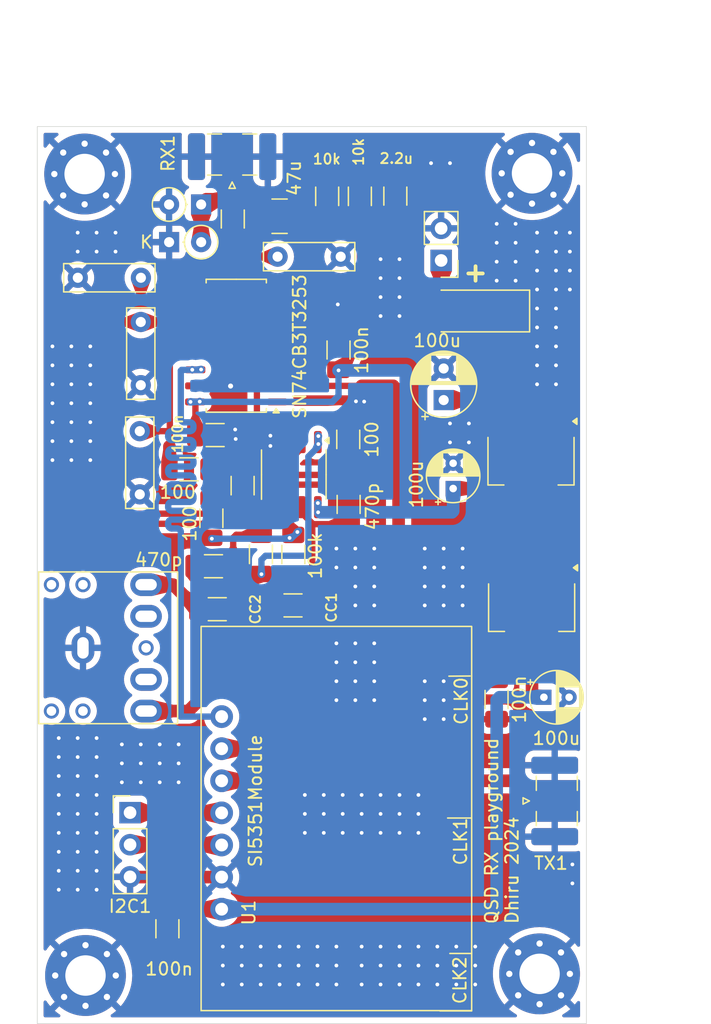
<source format=kicad_pcb>
(kicad_pcb (version 20240108) (generator "pcbnew") (generator_version "8.0")
  (layers (0 "F.Cu" signal) (31 "B.Cu" signal) (34 "B.Paste" user) (35 "F.Paste" user) (36 "B.SilkS" user "B.Silkscreen") (37 "F.SilkS" user "F.Silkscreen") (38 "B.Mask" user) (39 "F.Mask" user) (44 "Edge.Cuts" user))
  (net 0 "")
  (net 1 "Net-(D2-K)")
  (net 2 "+12V")
  (net 3 "+5V")
  (net 4 "RX_I")
  (net 5 "RX_Q")
  (net 6 "Net-(U6B--)")
  (net 7 "Net-(U6A--)")
  (net 8 "Net-(U6B-+)")
  (net 9 "Net-(U6A-+)")
  (net 10 "Net-(U2-2A)")
  (net 11 "Net-(C2-Pad1)")
  (net 12 "GND")
  (net 13 "Net-(U2-2B2)")
  (net 14 "Net-(U2-2B1)")
  (net 15 "Net-(U2-2B3)")
  (net 16 "Net-(U2-2B4)")
  (net 17 "+3.3V")
  (net 18 "Net-(D1-A)")
  (net 19 "Net-(J1-Pin_2)")
  (net 20 "Net-(J1-Pin_1)")
  (net 23 "Net-(TX1-In)")
  (net 24 "Net-(U1-SO)")
  (net 25 "Net-(U1-S1)")
  (net 31 "Net-(CC1-Pad1)")
  (net 32 "Net-(CC2-Pad2)")
  (footprint "Capacitor_SMD:C_1206_3216Metric_Pad1.33x1.80mm_HandSolder" (layer "F.Cu") (at 117.67 71.2875 -90)
    (property "Reference" "C16" (hide yes))
    (property "Value" "100n")
  )
  (footprint "Capacitor_SMD:C_1206_3216Metric_Pad1.33x1.80mm_HandSolder" (layer "F.Cu") (at 109.29 60.92 90)
    (property "Reference" "C1" (hide yes))
    (property "Value" "10nF" (hide yes))
  )
  (footprint "Capacitor_SMD:C_1206_3216Metric_Pad1.33x1.80mm_HandSolder" (layer "F.Cu") (at 107.8925 78.02)
    (property "Reference" "C3" (hide yes))
    (property "Value" "100n")
  )
  (footprint "Resistor_SMD:R_1206_3216Metric_Pad1.30x1.75mm_HandSolder" (layer "F.Cu") (at 116.77 59.125 -90)
    (property "Reference" "R3" (hide yes))
    (property "Value" "10k")
  )
  (footprint "Package_SO:SOIC-16_4.55x10.3mm_P1.27mm" (layer "F.Cu") (at 109.565 70.95 180)
    (property "Reference" "U2" (hide yes))
    (property "Value" "SN74CB3T3253")
  )
  (footprint "Capacitor_SMD:C_1206_3216Metric_Pad1.33x1.80mm_HandSolder" (layer "F.Cu") (at 122.17 59.1075 -90)
    (property "Reference" "C2" (hide yes))
    (property "Value" "2.2u")
  )
  (footprint "Capacitor_THT:C_Rect_L7.0mm_W2.0mm_P5.00mm" (layer "F.Cu") (at 97.01 65.57)
    (property "Reference" "C5" (hide yes))
    (property "Value" "22n MKP" (hide yes))
  )
  (footprint "Package_SO:SO-8_3.9x4.9mm_P1.27mm" (layer "F.Cu") (at 114.125 81.15 -90)
    (property "Reference" "U6" (hide yes))
    (property "Value" "LT6231" (hide yes))
  )
  (footprint "MountingHole:MountingHole_3.2mm_M3_Pad_Via" (layer "F.Cu") (at 133.6 120.66)
    (property "Reference" "H4" (hide yes))
    (property "Value" "MountingHole_Pad" (hide yes))
  )
  (footprint "Capacitor_SMD:C_1206_3216Metric_Pad1.33x1.80mm_HandSolder" (layer "F.Cu") (at 108.06 91.8 180)
    (property "Reference" "CC2")
    (property "Value" "100n" (hide yes))
  )
  (footprint "footprints:PJ-307_Modded" (layer "F.Cu") (at 100.42 94.86)
    (property "Reference" "J3" (hide yes))
    (property "Value" "AudioJack3_SwitchTR" (hide yes))
  )
  (footprint "Capacitor_SMD:C_1206_3216Metric_Pad1.33x1.80mm_HandSolder" (layer "F.Cu") (at 130.19 98.9425 90)
    (property "Reference" "C17" (hide yes))
    (property "Value" "100n")
  )
  (footprint "Inductor_SMD:L_1210_3225Metric_Pad1.42x2.65mm_HandSolder" (layer "F.Cu") (at 113 60.7 180)
    (property "Reference" "L1" (hide yes))
    (property "Value" "47u")
  )
  (footprint "Resistor_SMD:R_1206_3216Metric_Pad1.30x1.75mm_HandSolder" (layer "F.Cu") (at 118.44 78.36 90)
    (property "Reference" "R5" (hide yes))
    (property "Value" "100")
  )
  (footprint "footprints:SI5351 Module" (layer "F.Cu") (at 113.3852 123.5664 90)
    (property "Reference" "U1")
    (property "Value" "SI5351Module")
  )
  (footprint "Package_TO_SOT_SMD:SOT-223-3_TabPin2" (layer "F.Cu") (at 132.97 91.65 -90)
    (property "Reference" "U5" (hide yes))
    (property "Value" "AMS1117-3.3" (hide yes))
  )
  (footprint "Capacitor_THT:C_Rect_L7.0mm_W2.0mm_P5.00mm" (layer "F.Cu") (at 101.92 82.71 90)
    (property "Reference" "C7" (hide yes))
    (property "Value" "22n MKP" (hide yes))
  )
  (footprint "Connector_Coaxial:SMA_Samtec_SMA-J-P-H-ST-EM1_EdgeMount" (layer "F.Cu") (at 109.24 55.7325 90)
    (property "Reference" "RX1")
    (property "Value" "SMA" (hide yes))
  )
  (footprint "Diode_THT:D_DO-35_SOD27_P2.54mm_Vertical_KathodeUp" (layer "F.Cu") (at 104.244315 62.75)
    (property "Reference" "D3" (hide yes))
    (property "Value" "1N4148" (hide yes))
  )
  (footprint "Resistor_SMD:R_1206_3216Metric_Pad1.30x1.75mm_HandSolder" (layer "F.Cu") (at 110.07 82.02 -90)
    (property "Reference" "R6" (hide yes))
    (property "Value" "100" (hide yes))
  )
  (footprint "Package_TO_SOT_SMD:SOT-223-3_TabPin2" (layer "F.Cu") (at 132.92 80.06 -90)
    (property "Reference" "U3" (hide yes))
    (property "Value" "AMS1117-5.0" (hide yes))
  )
  (footprint "Capacitor_SMD:C_1206_3216Metric_Pad1.33x1.80mm_HandSolder" (layer "F.Cu") (at 118.47 83.5075 -90)
    (property "Reference" "C11" (hide yes))
    (property "Value" "470p")
  )
  (footprint "Capacitor_THT:CP_Radial_D5.0mm_P2.50mm" (layer "F.Cu") (at 126 75.25 90)
    (property "Reference" "C8" (hide yes))
    (property "Value" "100u")
  )
  (footprint "Capacitor_SMD:C_1206_3216Metric_Pad1.33x1.80mm_HandSolder" (layer "F.Cu") (at 107.76 88.4 180)
    (property "Reference" "C12" (hide yes))
    (property "Value" "470p")
  )
  (footprint "MountingHole:MountingHole_3.2mm_M3_Pad_Via" (layer "F.Cu") (at 97.55 57.36)
    (property "Reference" "H2" (hide yes))
    (property "Value" "MountingHole_Pad" (hide yes))
  )
  (footprint "Capacitor_THT:CP_Radial_D4.0mm_P2.00mm" (layer "F.Cu") (at 133.94 98.77)
    (property "Reference" "C15" (hide yes))
    (property "Value" "100u")
  )
  (footprint "Connector_PinHeader_2.54mm:PinHeader_1x03_P2.54mm_Vertical" (layer "F.Cu") (at 101.15 107.9)
    (property "Reference" "J1" (hide yes))
    (property "Value" "I2C1")
  )
  (footprint "Capacitor_THT:C_Rect_L7.0mm_W2.0mm_P5.00mm" (layer "F.Cu") (at 117.84 63.9 180)
    (property "Reference" "C6" (hide yes))
    (property "Value" "22n MKP" (hide yes))
  )
  (footprint "Connector_Coaxial:SMA_Samtec_SMA-J-P-H-ST-EM1_EdgeMount" (layer "F.Cu") (at 135.05 106.975)
    (property "Reference" "TX1")
    (property "Value" "SMA" (hide yes))
  )
  (footprint "MountingHole:MountingHole_3.2mm_M3_Pad_Via" (layer "F.Cu") (at 133 57.302944)
    (property "Reference" "H1" (hide yes))
    (property "Value" "MountingHole_Pad" (hide yes))
  )
  (footprint "Resistor_SMD:R_1206_3216Metric_Pad1.30x1.75mm_HandSolder" (layer "F.Cu") (at 107.595 84.6 90)
    (property "Reference" "R4" (hide yes))
    (property "Value" "100")
  )
  (footprint "Capacitor_SMD:C_1206_3216Metric_Pad1.33x1.80mm_HandSolder" (layer "F.Cu") (at 114.0625 91.5 180)
    (property "Reference" "CC1")
    (property "Value" "100n" (hide yes))
  )
  (footprint "Diode_THT:D_DO-35_SOD27_P2.54mm_Vertical_KathodeUp" (layer "F.Cu") (at 106.78137 59.77 180)
    (property "Reference" "D2" (hide yes))
    (property "Value" "1N4148" (hide yes))
  )
  (footprint "Capacitor_THT:CP_Radial_D4.0mm_P2.00mm" (layer "F.Cu") (at 126.75 82.25 90)
    (property "Reference" "C13" (hide yes))
    (property "Value" "100u")
  )
  (footprint "Resistor_SMD:R_1206_3216Metric_Pad1.30x1.75mm_HandSolder" (layer "F.Cu") (at 105.82 80.73 180)
    (property "Reference" "R7" (hide yes))
    (property "Value" "100")
  )
  (footprint "Resistor_SMD:R_1206_3216Metric_Pad1.30x1.75mm_HandSolder" (layer "F.Cu") (at 119.36 59.125 90)
    (property "Reference" "R2" (hide yes))
    (property "Value" "10k")
  )
  (footprint "Connector_PinHeader_2.54mm:PinHeader_1x02_P2.54mm_Vertical" (layer "F.Cu") (at 125.8 64.2 180)
    (property "Reference" "J2" (hide yes))
    (property "Value" "DC 12v" (hide yes))
  )
  (footprint "Capacitor_SMD:C_1206_3216Metric_Pad1.33x1.80mm_HandSolder" (layer "F.Cu") (at 104.11 117.09 -90)
    (property "Reference" "C14" (hide yes))
    (property "Value" "100n")
  )
  (footprint "MountingHole:MountingHole_3.2mm_M3_Pad_Via" (layer "F.Cu") (at 97.62 120.79)
    (property "Reference" "H3" (hide yes))
    (property "Value" "MountingHole_Pad" (hide yes))
  )
  (footprint "Diode_SMD:D_SMA_Handsoldering" (layer "F.Cu") (at 128.3 68.2 180)
    (property "Reference" "D1" (hide yes))
    (property "Value" "SS34" (hide yes))
  )
  (footprint "Capacitor_THT:C_Rect_L7.0mm_W2.0mm_P5.00mm" (layer "F.Cu") (at 102 74.07 90)
    (property "Reference" "C4" (hide yes))
    (property "Value" "22n MKP" (hide yes))
  )
  (footprint "Resistor_SMD:R_1206_3216Metric_Pad1.30x1.75mm_HandSolder" (layer "F.Cu") (at 111.52 87.46 -90)
    (property "Reference" "R9" (hide yes))
    (property "Value" "100k" (hide yes))
  )
  (footprint "Resistor_SMD:R_1206_3216Metric_Pad1.30x1.75mm_HandSolder" (layer "F.Cu") (at 114.09 87.47 -90)
    (property "Reference" "R8" (hide yes))
    (property "Value" "100k")
  )
  (gr_rect (start 93.8 53.6) (end 137.31 124.6) (stroke (width 0.05)) (fill none) (layer "Edge.Cuts"))
  (gr_text "+" (at 127.4 66 0) (layer "F.SilkS") (effects (font (size 1.5 1.5) (thickness 0.3) (bold yes)) (justify left bottom)))
  (gr_text "QSD RX playground\nDhiru 2024" (at 132 116.8 90) (layer "F.SilkS") (effects (font (size 1 1)) (justify left bottom)))
  (segment (start 106.78137 59.77) (end 106.78137 62.747055) (width 1) (layer "F.Cu") (net 1))
  (segment (start 107.19387 59.3575) (end 106.78137 59.77) (width 1) (layer "F.Cu") (net 1))
  (segment (start 109.29 59.3575) (end 107.19387 59.3575) (width 1) (layer "F.Cu") (net 1))
  (segment (start 109.29 59.3575) (end 109.29 55.7825) (width 1) (layer "F.Cu") (net 1))
  (segment (start 130.62 76.91) (end 130.62 75.25) (width 1) (layer "F.Cu") (net 2))
  (segment (start 126 75.25) (end 130.62 75.25) (width 1) (layer "F.Cu") (net 2))
  (segment (start 130.8 68.2) (end 130.8 76.73) (width 1) (layer "F.Cu") (net 2))
  (segment (start 130.79 83.21) (end 132.92 83.21) (width 1) (layer "F.Cu") (net 3))
  (segment (start 132.92 83.21) (end 132.92 76.91) (width 1) (layer "F.Cu") (net 3))
  (segment (start 119.36 71.16) (end 117.67 72.85) (width 0.5) (layer "F.Cu") (net 3))
  (segment (start 130.67 88.5) (end 130.67 83.33) (width 1) (layer "F.Cu") (net 3))
  (segment (start 126.75 82.25) (end 131.96 82.25) (width 1) (layer "F.Cu") (net 3))
  (segment (start 119.36 60.675) (end 119.36 71.16) (width 0.5) (layer "F.Cu") (net 3))
  (segment (start 131.96 82.25) (end 132.92 83.21) (width 1) (layer "F.Cu") (net 3))
  (segment (start 130.67 83.33) (end 130.79 83.21) (width 1) (layer "F.Cu") (net 3))
  (segment (start 106.33 78.02) (end 106.33 75.41) (width 0.5) (layer "F.Cu") (net 3))
  (via (at 116.05 84.13) (size 0.6) (drill 0.3) (layers "F.Cu" "B.Cu") (net 3))
  (via (at 106.67 75.37) (size 0.6) (drill 0.3) (layers "F.Cu" "B.Cu") (net 3))
  (via (at 117.67 72.9) (size 0.6) (drill 0.3) (layers "F.Cu" "B.Cu") (net 3))
  (via (at 116.03 83.4) (size 0.6) (drill 0.3) (layers "F.Cu" "B.Cu") (net 3))
  (via (at 105.94 75.39) (size 0.6) (drill 0.3) (layers "F.Cu" "B.Cu") (net 3))
  (segment (start 117.67 72.9) (end 117.67 74.9) (width 0.5) (layer "B.Cu") (net 3))
  (segment (start 123 84.13) (end 116.23 84.13) (width 1) (layer "B.Cu") (net 3))
  (segment (start 126.65 84.13) (end 123 84.13) (width 1) (layer "B.Cu") (net 3))
  (segment (start 116.05 84.13) (end 125.24 84.13) (width 0.5) (layer "B.Cu") (net 3))
  (segment (start 126.75 84.03) (end 126.75 82.25) (width 1) (layer "B.Cu") (net 3))
  (segment (start 117.67 72.9) (end 123 72.9) (width 1) (layer "B.Cu") (net 3))
  (segment (start 126.65 84.13) (end 126.75 84.03) (width 1) (layer "B.Cu") (net 3))
  (segment (start 125.24 84.13) (end 126.65 84.13) (width 1) (layer "B.Cu") (net 3))
  (segment (start 116.03 83.4) (end 116.03 84.11) (width 0.5) (layer "B.Cu") (net 3))
  (segment (start 105.94 75.39) (end 117.18 75.39) (width 0.5) (layer "B.Cu") (net 3))
  (segment (start 117.18 75.39) (end 117.67 74.9) (width 0.5) (layer "B.Cu") (net 3))
  (segment (start 116.03 84.11) (end 116.05 84.13) (width 0.5) (layer "B.Cu") (net 3))
  (segment (start 123 72.9) (end 123 84.13) (width 1) (layer "B.Cu") (net 3))
  (segment (start 125.26 84.11) (end 125.24 84.13) (width 0.5) (layer "B.Cu") (net 3))
  (segment (start 114.09 89.91) (end 112.5 91.5) (width 0.5) (layer "F.Cu") (net 4))
  (segment (start 115.19 89.05) (end 114.09 89.05) (width 0.5) (layer "F.Cu") (net 4))
  (segment (start 114.09 89.02) (end 114.09 89.91) (width 0.5) (layer "F.Cu") (net 4))
  (segment (start 115.588658 85.011342) (end 115.647316 85.07) (width 0.5) (layer "F.Cu") (net 4))
  (segment (start 114.76 84.182684) (end 115.588658 85.011342) (width 0.5) (layer "F.Cu") (net 4))
  (segment (start 115.588658 85.011342) (end 115.588658 88.651342) (width 0.5) (layer "F.Cu") (net 4))
  (segment (start 115.588658 88.651342) (end 115.19 89.05) (width 0.5) (layer "F.Cu") (net 4))
  (segment (start 115.647316 85.07) (end 118.47 85.07) (width 0.5) (layer "F.Cu") (net 4))
  (segment (start 106.1975 89.6175) (end 106.47 89.89) (width 0.5) (layer "F.Cu") (net 5))
  (segment (start 109.61 89.89) (end 110.64 89.89) (width 0.5) (layer "F.Cu") (net 5))
  (segment (start 110.64 89.89) (end 111.5 89.03) (width 0.5) (layer "F.Cu") (net 5))
  (segment (start 109.6225 91.8) (end 109.6225 89.9025) (width 0.5) (layer "F.Cu") (net 5))
  (segment (start 109.6225 89.9025) (end 109.61 89.89) (width 0.5) (layer "F.Cu") (net 5))
  (segment (start 106.1975 88.4) (end 106.1975 89.6175) (width 0.5) (layer "F.Cu") (net 5))
  (segment (start 106.47 89.89) (end 109.61 89.89) (width 0.5) (layer "F.Cu") (net 5))
  (via (at 116.07 78.73) (size 0.6) (drill 0.3) (layers "F.Cu" "B.Cu") (net 5))
  (via (at 116.07 78.1) (size 0.6) (drill 0.3) (layers "F.Cu" "B.Cu") (net 5))
  (via (at 111.56 89.03) (size 0.6) (drill 0.3) (layers "F.Cu" "B.Cu") (net 5))
  (segment (start 111.56 87.89) (end 111.56 89.03) (width 0.5) (layer "B.Cu") (net 5))
  (segment (start 116.07 78.1) (end 116.04 78.07) (width 0.5) (layer "B.Cu") (net 5))
  (segment (start 116.04 78.76) (end 116.04 78.96) (width 0.5) (layer "B.Cu") (net 5))
  (segment (start 116.04 78.07) (end 116.04 78.01) (width 0.5) (layer "B.Cu") (net 5))
  (segment (start 116.04 78.7) (end 116.04 78.13) (width 0.5) (layer "B.Cu") (net 5))
  (segment (start 116.07 78.73) (end 116.04 78.7) (width 0.5) (layer "B.Cu") (net 5))
  (segment (start 111.88 87.57) (end 111.56 87.89) (width 0.5) (layer "B.Cu") (net 5))
  (segment (start 116.04 78.96) (end 115.28 79.72) (width 0.5) (layer "B.Cu") (net 5))
  (segment (start 115.28 79.72) (end 115.28 87.57) (width 0.5) (layer "B.Cu") (net 5))
  (segment (start 115.28 87.57) (end 111.88 87.57) (width 0.5) (layer "B.Cu") (net 5))
  (segment (start 116.07 78.73) (end 116.04 78.76) (width 0.5) (layer "B.Cu") (net 5))
  (segment (start 116.04 78.13) (end 116.07 78.1) (width 0.5) (layer "B.Cu") (net 5))
  (segment (start 113.49 82.18) (end 113.725 81.945) (width 0.5) (layer "F.Cu") (net 6))
  (segment (start 113.49 85.35) (end 114.09 85.95) (width 0.5) (layer "F.Cu") (net 6))
  (segment (start 113.49 83.725) (end 113.49 82.18) (width 0.5) (layer "F.Cu") (net 6))
  (segment (start 113.49 83.725) (end 113.49 85.35) (width 0.5) (layer "F.Cu") (net 6))
  (segment (start 113.725 81.945) (end 118.47 81.945) (width 0.5) (layer "F.Cu") (net 6))
  (via (at 113.79 86.16) (size 0.6) (drill 0.3) (layers "F.Cu" "B.Cu") (net 6))
  (via (at 114.41 85.69) (size 0.6) (drill 0.3) (layers "F.Cu" "B.Cu") (net 6))
  (via (at 107.63 86.22) (size 0.6) (drill 0.3) (layers "F.Cu" "B.Cu") (net 6))
  (segment (start 114.44 85.69) (end 114.54 85.59) (width 0.5) (layer "B.Cu") (net 6))
  (segment (start 114.41 85.72) (end 114.41 85.69) (width 0.5) (layer "B.Cu") (net 6))
  (segment (start 114.21 85.92) (end 114.41 85.72) (width 0.5) (layer "B.Cu") (net 6))
  (segment (start 114.41 85.69) (end 114.44 85.69) (width 0.5) (layer "B.Cu") (net 6))
  (segment (start 107.63 86.22) (end 113.91 86.22) (width 0.5) (layer "B.Cu") (net 6))
  (segment (start 113.91 86.22) (end 114.17 85.96) (width 0.5) (layer "B.Cu") (net 6))
  (segment (start 111.47 80.72) (end 111.72 80.47) (width 0.5) (layer "F.Cu") (net 7))
  (segment (start 109.56 85.91) (end 109.3225 86.1475) (width 0.5) (layer "F.Cu") (net 7))
  (segment (start 111.72 80.47) (end 113.322684 80.47) (width 0.5) (layer "F.Cu") (net 7))
  (segment (start 109.3225 88.4) (end 109.3225 86.1475) (width 0.5) (layer "F.Cu") (net 7))
  (segment (start 110.07 80.47) (end 111.72 80.47) (width 0.5) (layer "F.Cu") (net 7))
  (segment (start 113.322684 80.47) (end 114.76 79.032684) (width 0.5) (layer "F.Cu") (net 7))
  (segment (start 111.52 85.91) (end 109.56 85.91) (width 0.5) (layer "F.Cu") (net 7))
  (segment (start 111.47 85.86) (end 111.47 80.72) (width 0.5) (layer "F.Cu") (net 7))
  (segment (start 112.22 81.72) (end 112.77 81.17) (width 0.5) (layer "F.Cu") (net 8))
  (segment (start 117.18 81.17) (end 118.44 79.91) (width 0.5) (layer "F.Cu") (net 8))
  (segment (start 112.77 81.17) (end 117.18 81.17) (width 0.5) (layer "F.Cu") (net 8))
  (segment (start 112.22 83.725) (end 112.22 81.72) (width 0.5) (layer "F.Cu") (net 8))
  (segment (start 111.47 77.597316) (end 111.817316 77.25) (width 0.5) (layer "F.Cu") (net 9))
  (segment (start 113.27 77.25) (end 113.49 77.47) (width 0.5) (layer "F.Cu") (net 9))
  (segment (start 107.37 80.73) (end 107.37 79.81) (width 0.5) (layer "F.Cu") (net 9))
  (segment (start 107.37 79.81) (end 107.81 79.37) (width 0.5) (layer "F.Cu") (net 9))
  (segment (start 111.817316 77.25) (end 113.27 77.25) (width 0.5) (layer "F.Cu") (net 9))
  (segment (start 111.47 79.25) (end 111.47 77.597316) (width 0.5) (layer "F.Cu") (net 9))
  (segment (start 111.35 79.37) (end 111.47 79.25) (width 0.5) (layer "F.Cu") (net 9))
  (segment (start 113.49 77.47) (end 113.49 78.575) (width 0.5) (layer "F.Cu") (net 9))
  (segment (start 107.81 79.37) (end 111.35 79.37) (width 0.5) (layer "F.Cu") (net 9))
  (segment (start 109.29 60.98) (end 109.57 60.7) (width 0.5) (layer "F.Cu") (net 10))
  (segment (start 109.29 62.4825) (end 109.29 60.98) (width 0.5) (layer "F.Cu") (net 10))
  (segment (start 106.315 66.505) (end 108.245 66.505) (width 0.5) (layer "F.Cu") (net 10))
  (segment (start 108.56 66.19) (end 108.56 63.2125) (width 0.5) (layer "F.Cu") (net 10))
  (segment (start 108.56 63.2125) (end 109.29 62.4825) (width 0.5) (layer "F.Cu") (net 10))
  (segment (start 109.57 60.7) (end 111.5125 60.7) (width 0.5) (layer "F.Cu") (net 10))
  (segment (start 108.245 66.505) (end 108.56 66.19) (width 0.5) (layer "F.Cu") (net 10))
  (segment (start 114.935 57.545) (end 122.17 57.545) (width 1) (layer "F.Cu") (net 11))
  (segment (start 114.4875 57.9925) (end 114.935 57.545) (width 1) (layer "F.Cu") (net 11))
  (segment (start 116.77 57.575) (end 122.14 57.575) (width 0.5) (layer "F.Cu") (net 11))
  (segment (start 114.4875 60.7) (end 114.4875 57.9925) (width 1) (layer "F.Cu") (net 11))
  (segment (start 106.315 74.125) (end 109.1 74.125) (width 0.5) (layer "F.Cu") (net 12))
  (segment (start 108.4068 113) (end 101.17 113) (width 1) (layer "F.Cu") (net 12))
  (segment (start 109.1 74.125) (end 109.115 74.14) (width 0.5) (layer "F.Cu") (net 12))
  (segment (start 109.455 74.48) (end 109.115 74.14) (width 0.5) (layer "F.Cu") (net 12))
  (segment (start 109.18 74.205) (end 109.115 74.14) (width 0.25) (layer "F.Cu") (net 12))
  (segment (start 112.815 75.395) (end 119.765 75.395) (width 0.5) (layer "F.Cu") (net 12))
  (segment (start 109.455 77.555) (end 109.455 74.48) (width 0.5) (layer "F.Cu") (net 12))
  (via (at 110 121.5) (size 0.6) (drill 0.3) (layers "F.Cu" "B.Cu") (net 12))
  (via (at 121 64.1) (size 0.6) (drill 0.3) (layers "F.Cu" "B.Cu") (net 12))
  (via (at 117.5 99) (size 0.6) (drill 0.3) (layers "F.Cu" "B.Cu") (net 12))
  (via (at 97 109.5) (size 0.6) (drill 0.3) (layers "F.Cu" "B.Cu") (net 12))
  (via (at 126 90) (size 0.6) (drill 0.3) (layers "F.Cu" "B.Cu") (net 12))
  (via (at 96.5 77) (size 0.6) (drill 0.3) (layers "F.Cu" "B.Cu") (net 12))
  (via (at 121 109.5) (size 0.6) (drill 0.3) (layers "F.Cu" "B.Cu") (net 12))
  (via (at 102 102.5) (size 0.6) (drill 0.3) (layers "F.Cu" "B.Cu") (net 12))
  (via (at 128 78.6) (size 0.6) (drill 0.3) (layers "F.Cu" "B.Cu") (net 12))
  (via (at 127.5 87) (size 0.6) (drill 0.3) (layers "F.Cu" "B.Cu") (net 12))
  (via (at 119 87) (size 0.6) (drill 0.3) (layers "F.Cu" "B.Cu") (net 12))
  (via (at 95.5 102) (size 0.6) (drill 0.3) (layers "F.Cu" "B.Cu") (net 12))
  (via (at 95.5 112.5) (size 0.6) (drill 0.3) (layers "F.Cu" "B.Cu") (net 12))
  (via (at 133.4 71) (size 0.6) (drill 0.3) (layers "F.Cu" "B.Cu") (net 12))
  (via (at 110 118.5) (size 0.6) (drill 0.3) (layers "F.Cu" "B.Cu") (net 12))
  (via (at 110 120) (size 0.6) (drill 0.3) (layers "F.Cu" "B.Cu") (net 12))
  (via (at 120.5 90) (size 0.6) (drill 0.3) (layers "F.Cu" "B.Cu") (net 12))
  (via (at 126.5 77.1) (size 0.6) (drill 0.3) (layers "F.Cu" "B.Cu") (net 12))
  (via (at 124.5 91.5) (size 0.6) (drill 0.3) (layers "F.Cu" "B.Cu") (net 12))
  (via (at 98.5 106.5) (size 0.6) (drill 0.3) (layers "F.Cu" "B.Cu") (net 12))
  (via (at 116 118.5) (size 0.6) (drill 0.3) (layers "F.Cu" "B.Cu") (net 12))
  (via (at 130.2 64.3) (size 0.6) (drill 0.3) (layers "F.Cu" "B.Cu") (net 12))
  (via (at 96.5 78.5) (size 0.6) (drill 0.3) (layers "F.Cu" "B.Cu") (net 12))
  (via (at 119 97.5) (size 0.6) (drill 0.3) (layers "F.Cu" "B.Cu") (net 12))
  (via (at 130.2 61.3) (size 0.6) (drill 0.3) (layers "F.Cu" "B.Cu") (net 12))
  (via (at 113 120) (size 0.6) (drill 0.3) (layers "F.Cu" "B.Cu") (net 12))
  (via (at 100.5 105.5) (size 0.6) (drill 0.3) (layers "F.Cu" "B.Cu") (net 12))
  (via (at 105 105.5) (size 0.6) (drill 0.3) (layers "F.Cu" "B.Cu") (net 12))
  (via (at 95 78.5) (size 0.6) (drill 0.3) (layers "F.Cu" "B.Cu") (net 12))
  (via (at 133.4 65) (size 0.6) (drill 0.3) (layers "F.Cu" "B.Cu") (net 12))
  (via (at 98.5 102) (size 0.6) (drill 0.3) (layers "F.Cu" "B.Cu") (net 12))
  (via (at 126.5 78.6) (size 0.6) (drill 0.3) (layers "F.Cu" "B.Cu") (net 12))
  (via (at 113 118.5) (size 0.6) (drill 0.3) (layers "F.Cu" "B.Cu") (net 12))
  (via (at 126.5 56.5) (size 0.6) (drill 0.3) (layers "F.Cu" "B.Cu") (net 12))
  (via (at 97 108) (size 0.6) (drill 0.3) (layers "F.Cu" "B.Cu") (net 12))
  (via (at 120.5 88.5) (size 0.6) (drill 0.3) (layers "F.Cu" "B.Cu") (net 12))
  (via (at 116 121.5) (size 0.6) (drill 0.3) (layers "F.Cu" "B.Cu") (net 12))
  (via (at 96.5 80) (size 0.6) (drill 0.3) (layers "F.Cu" "B.Cu") (net 12))
  (via (at 118 106.5) (size 0.6) (drill 0.3) (layers "F.Cu" "B.Cu") (net 12))
  (via (at 96.5 74) (size 0.6) (drill 0.3) (layers "F.Cu" "B.Cu") (net 12))
  (via (at 109.115 74.14) (size 0.8) (drill 0.4) (layers "F.Cu" "B.Cu") (net 12))
  (via (at 136.2 112) (size 0.6) (drill 0.3) (layers "F.Cu" "B.Cu") (net 12))
  (via (at 124 121.5) (size 0.6) (drill 0.3) (layers "F.Cu" "B.Cu") (net 12))
  (via (at 124 108) (size 0.6) (drill 0.3) (layers "F.Cu" "B.Cu") (net 12))
  (via (at 119 99) (size 0.6) (drill 0.3) (layers "F.Cu" "B.Cu") (net 12))
  (via (at 117.5 88.5) (size 0.6) (drill 0.3) (layers "F.Cu" "B.Cu") (net 12))
  (via (at 127 121.5) (size 0.6) (drill 0.3) (layers "F.Cu" "B.Cu") (net 12))
  (via (at 105 102.5) (size 0.6) (drill 0.3) (layers "F.Cu" "B.Cu") (net 12))
  (via (at 97 102) (size 0.6) (drill 0.3) (layers "F.Cu" "B.Cu") (net 12))
  (via (at 98 80) (size 0.6) (drill 0.3) (layers "F.Cu" "B.Cu") (net 12))
  (via (at 97 103.5) (size 0.6) (drill 0.3) (layers "F.Cu" "B.Cu") (net 12))
  (via (at 124.5 88.5) (size 0.6) (drill 0.3) (layers "F.Cu" "B.Cu") (net 12))
  (via (at 118 109.5) (size 0.6) (drill 0.3) (layers "F.Cu" "B.Cu") (net 12))
  (via (at 121 67.1) (size 0.6) (drill 0.3) (layers "F.Cu" "B.Cu") (net 12))
  (via (at 95.5 103.5) (size 0.6) (drill 0.3) (layers "F.Cu" "B.Cu") (net 12))
  (via (at 102 104) (size 0.6) (drill 0.3) (layers "F.Cu" "B.Cu") (net 12))
  (via (at 119 94.5) (size 0.6) (drill 0.3) (layers "F.Cu" "B.Cu") (net 12))
  (via (at 134.9 68) (size 0.6) (drill 0.3) (layers "F.Cu" "B.Cu") (net 12))
  (via (at 133.4 68) (size 0.6) (drill 0.3) (layers "F.Cu" "B.Cu") (net 12))
  (via (at 121 120) (size 0.6) (drill 0.3) (layers "F.Cu" "B.Cu") (net 12))
  (via (at 100 62) (size 0.6) (drill 0.3) (layers "F.Cu" "B.Cu") (net 12))
  (via (at 119.5 120) (size 0.6) (drill 0.3) (layers "F.Cu" "B.Cu") (net 12))
  (via (at 119.5 118.5) (size 0.6) (drill 0.3) (layers "F.Cu" "B.Cu") (net 12))
  (via (at 122.5 108) (size 0.6) (drill 0.3) (layers "F.Cu" "B.Cu") (net 12))
  (via (at 102 105.5) (size 0.6) (drill 0.3) (layers "F.Cu" "B.Cu") (net 12))
  (via (at 95 72.5) (size 0.6) (drill 0.3) (layers "F.Cu" "B.Cu") (net 12))
  (via (at 97 105) (size 0.6) (drill 0.3) (layers "F.Cu" "B.Cu") (net 12))
  (via (at 126 91.5) (size 0.6) (drill 0.3) (layers "F.Cu" "B.Cu") (net 12))
  (via (at 119.05 75.35) (size 0.6) (drill 0.3) (layers "F.Cu" "B.Cu") (net 12))
  (via (at 119 91.5) (size 0.6) (drill 0.3) (layers "F.Cu" "B.Cu") (net 12))
  (via (at 122.5 67.1) (size 0.6) (drill 0.3) (layers "F.Cu" "B.Cu") (net 12))
  (via (at 126 87) (size 0.6) (drill 0.3) (layers "F.Cu" "B.Cu") (net 12))
  (via (at 127.5 91.5) (size 0.6) (drill 0.3) (layers "F.Cu" "B.Cu") (net 12))
  (via (at 133.4 69.5) (size 0.6) (drill 0.3) (layers "F.Cu" "B.Cu") (net 12))
  (via (at 136 62) (size 0.6) (drill 0.3) (layers "F.Cu" "B.Cu") (net 12))
  (via (at 113 121.5) (size 0.6) (drill 0.3) (layers "F.Cu" "B.Cu") (net 12))
  (via (at 122.5 106.5) (size 0.6) (drill 0.3) (layers "F.Cu" "B.Cu") (net 12))
  (via (at 116.5 108) (size 0.6) (drill 0.3) (layers "F.Cu" "B.Cu") (net 12))
  (via (at 119.5 121.5) (size 0.6) (drill 0.3) (layers "F.Cu" "B.Cu") (net 12))
  (via (at 124 120) (size 0.6) (drill 0.3) (layers "F.Cu" "B.Cu") (net 12))
  (via (at 133.4 66.5) (size 0.6) (drill 0.3) (layers "F.Cu" "B.Cu") (net 12))
  (via (at 116 120) (size 0.6) (drill 0.3) (layers "F.Cu" "B.Cu") (net 12))
  (via (at 134.9 74) (size 0.6) (drill 0.3) (layers "F.Cu" "B.Cu") (net 12))
  (via (at 131.7 65.8) (size 0.6) (drill 0.3) (layers "F.Cu" "B.Cu") (net 12))
  (via (at 95.5 111) (size 0.6) (drill 0.3) (layers "F.Cu" "B.Cu") (net 12))
  (via (at 133.4 72.5) (size 0.6) (drill 0.3) (layers "F.Cu" "B.Cu") (net 12))
  (via (at 112.27 78.07) (size 0.6) (drill 0.3) (layers "F.Cu" "B.Cu") (net 12))
  (via (at 120.5 96) (size 0.6) (drill 0.3) (layers "F.Cu" "B.Cu") (net 12))
  (via (at 134.9 69.5) (size 0.6) (drill 0.3) (layers "F.Cu" "B.Cu") (net 12))
  (via (at 130.2 65.8) (size 0.6) (drill 0.3) (layers "F.Cu" "B.Cu") (net 12))
  (via (at 117.5 94.5) (size 0.6) (drill 0.3) (layers "F.Cu" "B.Cu") (net 12))
  (via (at 98 78.5) (size 0.6) (drill 0.3) (layers "F.Cu" "B.Cu") (net 12))
  (via (at 119 90) (size 0.6) (drill 0.3) (layers "F.Cu" "B.Cu") (net 12))
  (via (at 98.5 103.5) (size 0.6) (drill 0.3) (layers "F.Cu" "B.Cu") (net 12))
  (via (at 124 118.5) (size 0.6) (drill 0.3) (layers "F.Cu" "B.Cu") (net 12))
  (via (at 125.5 120) (size 0.6) (drill 0.3) (layers "F.Cu" "B.Cu") (net 12))
  (via (at 124.5 100.5) (size 0.6) (drill 0.3) (layers "F.Cu" "B.Cu") (net 12))
  (via (at 95.5 106.5) (size 0.6) (drill 0.3) (layers "F.Cu" "B.Cu") (net 12))
  (via (at 134.9 62) (size 0.6) (drill 0.3) (layers "F.Cu" "B.Cu") (net 12))
  (via (at 98 71) (size 0.6) (drill 0.3) (layers "F.Cu" "B.Cu") (net 12))
  (via (at 125.5 118.5) (size 0.6) (drill 0.3) (layers "F.Cu" "B.Cu") (net 12))
  (via (at 96.5 71) (size 0.6) (drill 0.3) (layers "F.Cu" "B.Cu") (net 12))
  (via (at 119.5 106.5) (size 0.6) (drill 0.3) (layers "F.Cu" "B.Cu") (net 12))
  (via (at 122.5 109.5) (size 0.6) (drill 0.3) (layers "F.Cu" "B.Cu") (net 12))
  (via (at 98.5 111) (size 0.6) (drill 0.3) (layers "F.Cu" "B.Cu") (net 12))
  (via (at 133.4 62) (size 0.6) (drill 0.3) (layers "F.Cu" "B.Cu") (net 12))
  (via (at 119.5 108) (size 0.6) (drill 0.3) (layers "F.Cu" "B.Cu") (net 12))
  (via (at 103.5 105.5) (size 0.6) (drill 0.3) (layers "F.Cu" "B.Cu") (net 12))
  (via (at 121 121.5) (size 0.6) (drill 0.3) (layers "F.Cu" "B.Cu") (net 12))
  (via (at 127 118.5) (size 0.6) (drill 0.3) (layers "F.Cu" "B.Cu") (net 12))
  (via (at 122.5 64.1) (size 0.6) (drill 0.3) (layers "F.Cu" "B.Cu") (net 12))
  (via (at 126 97.5) (size 0.6) (drill 0.3) (layers "F.Cu" "B.Cu") (net 12))
  (via (at 117.5 121.5) (size 0.6) (drill 0.3) (layers "F.Cu" "B.Cu") (net 12))
  (via (at 112.27 78.88) (size 0.6) (drill 0.3) (layers "F.Cu" "B.Cu") (net 12))
  (via (at 127 120) (size 0.6) (drill 0.3) (layers "F.Cu" "B.Cu") (net 12))
  (via (at 95.5 114) (size 0.6) (drill 0.3) (layers "F.Cu" "B.Cu") (net 12))
  (via (at 117.5 97.5) (size 0.6) (drill 0.3) (layers "F.Cu" "B.Cu") (net 12))
  (via (at 111.5 120) (size 0.6) (drill 0.3) (layers "F.Cu" "B.Cu") (net 12))
  (via (at 97 114) (size 0.6) (drill 0.3) (layers "F.Cu" "B.Cu") (net 12))
  (via (at 120.5 94.5) (size 0.6) (drill 0.3) (layers "F.Cu" "B.Cu") (net 12))
  (via (at 95 77) (size 0.6) (drill 0.3) (layers "F.Cu" "B.Cu") (net 12))
  (via (at 134.9 71) (size 0.6) (drill 0.3) (layers "F.Cu" "B.Cu") (net 12))
  (via (at 96.5 72.5) (size 0.6) (drill 0.3) (layers "F.Cu" "B.Cu") (net 12))
  (via (at 95.5 108) (size 0.6) (drill 0.3) (layers "F.Cu" "B.Cu") (net 12))
  (via (at 134.9 65) (size 0.6) (drill 0.3) (layers "F.Cu" "B.Cu") (net 12))
  (via (at 128.5 120) (size 0.6) (drill 0.3) (layers "F.Cu" "B.Cu") (net 12))
  (via (at 133.4 63.5) (size 0.6) (drill 0.3) (layers "F.Cu" "B.Cu") (net 12))
  (via (at 122.5 118.5) (size 0.6) (drill 0.3) (layers "F.Cu" "B.Cu") (net 12))
  (via (at 111.5 118.5) (size 0.6) (drill 0.3) (layers "F.Cu" "B.Cu") (net 12))
  (via (at 115 109.5) (size 0.6) (drill 0.3) (layers "F.Cu" "B.Cu") (net 12))
  (via (at 98 72.5) (size 0.6) (drill 0.3) (layers "F.Cu" "B.Cu") (net 12))
  (via (at 97 62) (size 0.6) (drill 0.3) (layers "F.Cu" "B.Cu") (net 12))
  (via (at 122.5 121.5) (size 0.6) (drill 0.3) (layers "F.Cu" "B.Cu") (net 12))
  (via (at 117.61 67.68) (size 0.6) (drill 0.3) (layers "F.Cu" "B.Cu") (net 12))
  (via (at 120.5 87) (size 0.6) (drill 0.3) (layers "F.Cu" "B.Cu") (net 12))
  (via (at 95 71) (size 0.6) (drill 0.3) (layers "F.Cu" "B.Cu") (net 12))
  (via (at 121 106.5) (size 0.6) (drill 0.3) (layers "F.Cu" "B.Cu") (net 12))
  (via (at 108.5 118.5) (size 0.6) (drill 0.3) (layers "F.Cu" "B.Cu") (net 12))
  (via (at 136 66.5) (size 0.6) (drill 0.3) (layers "F.Cu" "B.Cu") (net 12))
  (via (at 134.9 66.5) (size 0.6) (drill 0.3) (layers "F.Cu" "B.Cu") (net 12))
  (via (at 114.5 120) (size 0.6) (drill 0.3) (layers "F.Cu" "B.Cu") (net 12))
  (via (at 98.5 109.5) (size 0.6) (drill 0.3) (layers "F.Cu" "B.Cu") (net 12))
  (via (at 98.5 112.5) (size 0.6) (drill 0.3) (layers "F.Cu" "B.Cu") (net 12))
  (via (at 100.5 104) (size 0.6) (drill 0.3) (layers "F.Cu" "B.Cu") (net 12))
  (via (at 114.5 121.5) (size 0.6) (drill 0.3) (layers "F.Cu" "B.Cu") (net 12))
  (via (at 98.5 114) (size 0.6) (drill 0.3) (layers "F.Cu" "B.Cu") (net 12))
  (via (at 103.5 102.5) (size 0.6) (drill 0.3) (layers "F.Cu" "B.Cu") (net 12))
  (via (at 95 80) (size 0.6) (drill 0.3) (layers "F.Cu" "B.Cu") (net 12))
  (via (at 119.5 109.5) (size 0.6) (drill 0.3) (layers "F.Cu" "B.Cu") (net 12))
  (via (at 122.5 120) (size 0.6) (drill 0.3) (layers "F.Cu" "B.Cu") (net 12))
  (via (at 95.5 105) (size 0.6) (drill 0.3) (layers "F.Cu" "B.Cu") (net 12))
  (via (at 122.5 65.6) (size 0.6) (drill 0.3) (layers "F.Cu" "B.Cu") (net 12))
  (via (at 136.2 113.5) (size 0.6) (drill 0.3) (layers "F.Cu" "B.Cu") (net 12))
  (via (at 121 65.6) (size 0.6) (drill 0.3) (layers "F.Cu" "B.Cu") (net 12))
  (via (at 120.5 97.5) (size 0.6) (drill 0.3) (layers "F.Cu" "B.Cu") (net 12))
  (via (at 120.5 91.5) (size 0.6) (drill 0.3) (layers "F.Cu" "B.Cu") (net 12))
  (via (at 97 111) (size 0.6) (drill 0.3) (layers "F.Cu" "B.Cu") (net 12))
  (via (at 122.5 68.6) (size 0.6) (drill 0.3) (layers "F.Cu" "B.Cu") (net 12))
  (via (at 117.5 87) (size 0.6) (drill 0.3) (layers "F.Cu" "B.Cu") (net 12))
  (via (at 98.5 62) (size 0.6) (drill 0.3) (layers "F.Cu" "B.Cu") (net 12))
  (via (at 134.9 72.5) (size 0.6) (drill 0.3) (layers "F.Cu" "B.Cu") (net 12))
  (via (at 103.5 104) (size 0.6) (drill 0.3) (layers "F.Cu" "B.Cu") (net 12))
  (via (at 105 104) (size 0.6) (drill 0.3) (layers "F.Cu" "B.Cu") (net 12))
  (via (at 131.7 62.8) (size 0.6) (drill 0.3) (layers "F.Cu" "B.Cu") (net 12))
  (via (at 127.5 88.5) (size 0.6) (drill 0.3) (layers "F.Cu" "B.Cu") (net 12))
  (via (at 127.5 90) (size 0.6) (drill 0.3) (layers "F.Cu" "B.Cu") (net 12))
  (via (at 119.7 75.37) (size 0.6) (drill 0.3) (layers "F.Cu" "B.Cu") (net 12))
  (via (at 95 75.5) (size 0.6) (drill 0.3) (layers "F.Cu" "B.Cu") (net 12))
  (via (at 115 108) (size 0.6) (drill 0.3) (layers "F.Cu" "B.Cu") (net 12))
  (via (at 136 63.5) (size 0.6) (drill 0.3) (layers "F.Cu" "B.Cu") (net 12))
  (via (at 95.5 109.5) (size 0.6) (drill 0.3) (layers "F.Cu" "B.Cu") (net 12))
  (via (at 109.52 78.33) (size 0.6) (drill 0.3) (layers "F.Cu" "B.Cu") (net 12))
  (via (at 98.5 108) (size 0.6) (drill 0.3) (layers "F.Cu" "B.Cu") (net 12))
  (via (at 130.2 62.8) (size 0.6) (drill 0.3) (layers "F.Cu" "B.Cu") (net 12))
  (via (at 118 108) (size 0.6) (drill 0.3) (layers "F.Cu" "B.Cu") (net 12))
  (via (at 97 63.5) (size 0.6) (drill 0.3) (layers "F.Cu" "B.Cu") (net 12))
  (via (at 108.5 120) (size 0.6) (drill 0.3) (layers "F.Cu" "B.Cu") (net 12))
  (via (at 125 56.5) (size 0.6) (drill 0.3) (layers "F.Cu" "B.Cu") (net 12))
  (via (at 119 88.5) (size 0.6) (drill 0.3) (layers "F.Cu" "B.Cu") (net 12))
  (via (at 98.5 63.5) (size 0.6) (drill 0.3) (layers "F.Cu" "B.Cu") (net 12))
  (via (at 97 106.5) (size 0.6) (drill 0.3) (layers "F.Cu" "B.Cu") (net 12))
  (via (at 108.5 121.5) (size 0.6) (drill 0.3) (layers "F.Cu" "B.Cu") (net 12))
  (via (at 131.7 61.3) (size 0.6) (drill 0.3) (layers "F.Cu" "B.Cu") (net 12))
  (via (at 117.5 120) (size 0.6) (drill 0.3) (layers "F.Cu" "B.Cu") (net 12))
  (via (at 121 118.5) (size 0.6) (drill 0.3) (layers "F.Cu" "B.Cu") (net 12))
  (via (at 116.5 109.5) (size 0.6) (drill 0.3) (layers "F.Cu" "B.Cu") (net 12))
  (via (at 131.7 64.3) (size 0.6) (drill 0.3) (layers "F.Cu" "B.Cu") (net 12))
  (via (at 124 106.5) (size 0.6) (drill 0.3) (layers "F.Cu" "B.Cu") (net 12))
  (via (at 121 108) (size 0.6) (drill 0.3) (layers "F.Cu" "B.Cu") (net 12))
  (via (at 136 65) (size 0.6) (drill 0.3) (layers "F.Cu" "B.Cu") (net 12))
  (via (at 117.5 118.5) (size 0.6) (drill 0.3) (layers "F.Cu" "B.Cu") (net 12))
  (via (at 96.5 75.5) (size 0.6) (drill 0.3) (layers "F.Cu" "B.Cu") (net 12))
  (via (at 116.5 106.5) (size 0.6) (drill 0.3) (layers "F.Cu" "B.Cu") (net 12))
  (via (at 98 75.5) (size 0.6) (drill 0.3) (layers "F.Cu" "B.Cu") (net 12))
  (via (at 117.5 96) (size 0.6) (drill 0.3) (layers "F.Cu" "B.Cu") (net 12))
  (via (at 95 74) (size 0.6) (drill 0.3) (layers "F.Cu" "B.Cu") (net 12))
  (via (at 128.5 121.5) (size 0.6) (drill 0.3) (layers "F.Cu" "B.Cu") (net 12))
  (via (at 126 88.5) (size 0.6) (drill 0.3) (layers "F.Cu" "B.Cu") (net 12))
  (via (at 111.5 121.5) (size 0.6) (drill 0.3) (layers "F.Cu" "B.Cu") (net 12))
  (via (at 97 112.5) (size 0.6) (drill 0.3) (layers "F.Cu" "B.Cu") (net 12))
  (via (at 128.5 118.5) (size 0.6) (drill 0.3) (layers "F.Cu" "B.Cu") (net 12))
  (via (at 98 77) (size 0.6) (drill 0.3) (layers "F.Cu" "B.Cu") (net 12))
  (via (at 100 63.5) (size 0.6) (drill 0.3) (layers "F.Cu" "B.Cu") (net 12))
  (via (at 125.5 121.5) (size 0.6) (drill 0.3) (layers "F.Cu" "B.Cu") (net 12))
  (via (at 124.5 99) (size 0.6) (drill 0.3) (layers "F.Cu" "B.Cu") (net 12))
  (via (at 124.5 87) (size 0.6) (drill 0.3) (layers "F.Cu" "B.Cu") (net 12))
  (via (at 124.5 97.5) (size 0.6) (drill 0.3) (layers "F.Cu" "B.Cu") (net 12))
  (via (at 134.9 63.5) (size 0.6) (drill 0.3) (layers "F.Cu" "B.Cu") (net 12))
  (via (at 128 77.1) (size 0.6) (drill 0.3) (layers "F.Cu" "B.Cu") (net 12))
  (via (at 119 96) (size 0.6) (drill 0.3) (layers "F.Cu" "B.Cu") (net 12))
  (via (at 121 68.6) (size 0.6) (drill 0.3) (layers "F.Cu" "B.Cu") (net 12))
  (via (at 114.5 118.5) (size 0.6) (drill 0.3) (layers "F.Cu" "B.Cu") (net 12))
  (via (at 100.5 102.5) (size 0.6) (drill 0.3) (layers "F.Cu" "B.Cu") (net 12))
  (via (at 124 109.5) (size 0.6) (drill 0.3) (layers "F.Cu" "B.Cu") (net 12))
  (via (at 120.5 99) (size 0.6) (drill 0.3) (layers "F.Cu" "B.Cu") (net 12))
  (via (at 133.4 74) (size 0.6) (drill 0.3) (layers "F.Cu" "B.Cu") (net 12))
  (via (at 109.48 77.58) (size 0.6) (drill 0.3) (layers "F.Cu" "B.Cu") (net 12))
  (via (at 98 74) (size 0.6) (drill 0.3) (layers "F.Cu" "B.Cu") (net 12))
  (via (at 126 99) (size 0.6) (drill 0.3) (layers "F.Cu" "B.Cu") (net 12))
  (via (at 98.5 105) (size 0.6) (drill 0.3) (layers "F.Cu" "B.Cu") (net 12))
  (via (at 126 100.5) (size 0.6) (drill 0.3) (layers "F.Cu" "B.Cu") (net 12))
  (via (at 124.5 90) (size 0.6) (drill 0.3) (layers "F.Cu" "B.Cu") (net 12))
  (via (at 115 106.5) (size 0.6) (drill 0.3) (layers "F.Cu" "B.Cu") (net 12))
  (segment (start 109.48 78.29) (end 109.52 78.33) (width 0.5) (layer "B.Cu") (net 12))
  (segment (start 109.52 78.33) (end 112.01 78.33) (width 0.5) (layer "B.Cu") (net 12))
  (segment (start 112.01 78.33) (end 112.27 78.07) (width 0.5) (layer "B.Cu") (net 12))
  (segment (start 109.48 77.58) (end 109.48 78.29) (width 0.5) (layer "B.Cu") (net 12))
  (segment (start 112.27 78.88) (end 112.27 78.07) (width 0.5) (layer "B.Cu") (net 12))
  (segment (start 99.96 83.94) (end 99.96 69.21) (width 0.5) (layer "F.Cu") (net 13))
  (segment (start 100.1 69.07) (end 102 69.07) (width 0.5) (layer "F.Cu") (net 13))
  (segment (start 100.26 84.24) (end 99.96 83.94) (width 0.5) (layer "F.Cu") (net 13))
  (segment (start 107.595 83.05) (end 107.595 84.015) (width 0.5) (layer "F.Cu") (net 13))
  (segment (start 107.4 84.24) (end 100.26 84.24) (width 0.5) (layer "F.Cu") (net 13))
  (segment (start 107.595 84.015) (end 107.61 84.03) (width 0.5) (layer "F.Cu") (net 13))
  (segment (start 102 69.07) (end 106.29 69.07) (width 0.5) (layer "F.Cu") (net 13))
  (segment (start 99.96 69.21) (end 100.1 69.07) (width 0.5) (layer "F.Cu") (net 13))
  (segment (start 107.61 84.03) (end 107.4 84.24) (width 0.5) (layer "F.Cu") (net 13))
  (segment (start 103.36 67.775) (end 106.315 67.775) (width 0.5) (layer "F.Cu") (net 14))
  (segment (start 106.315 67.775) (end 99.305 67.775) (width 0.5) (layer "F.Cu") (net 14))
  (segment (start 101.97 67.775) (end 103.36 67.775) (width 0.5) (layer "F.Cu") (net 14))
  (segment (start 102.01 65.57) (end 102.01 67.735) (width 0.5) (layer "F.Cu") (net 14))
  (segment (start 100.085 67.775) (end 100.08 67.78) (width 0.5) (layer "F.Cu") (net 14))
  (segment (start 99.17 85.04) (end 109.669999 85.04) (width 0.5) (layer "F.Cu") (net 14))
  (segment (start 102.01 67.735) (end 101.97 67.775) (width 0.5) (layer "F.Cu") (net 14))
  (segment (start 109.669999 85.04) (end 109.939999 84.77) (width 0.5) (layer "F.Cu") (net 14))
  (segment (start 99.305 67.775) (end 99.17 67.91) (width 0.5) (layer "F.Cu") (net 14))
  (segment (start 101.97 67.775) (end 100.085 67.775) (width 0.5) (layer "F.Cu") (net 14))
  (segment (start 109.939999 84.77) (end 109.939999 83.57) (width 0.5) (layer "F.Cu") (net 14))
  (segment (start 99.17 67.91) (end 99.17 85.04) (width 0.5) (layer "F.Cu") (net 14))
  (segment (start 112.84 63.9) (end 111.34 63.9) (width 0.5) (layer "F.Cu") (net 15))
  (segment (start 111.2 64.04) (end 111.34 63.9) (width 0.5) (layer "F.Cu") (net 15))
  (segment (start 111.2 76.46) (end 111.2 70.32) (width 0.5) (layer "F.Cu") (net 15))
  (segment (start 111.195 70.315) (end 111.2 70.32) (width 0.5) (layer "F.Cu") (net 15))
  (segment (start 106.315 70.315) (end 111.195 70.315) (width 0.5) (layer "F.Cu") (net 15))
  (segment (start 111.2 76.46) (end 118.09 76.46) (width 0.5) (layer "F.Cu") (net 15))
  (segment (start 111.2 70.32) (end 111.2 64.04) (width 0.5) (layer "F.Cu") (net 15))
  (segment (start 104.3 78.89) (end 104.3 76.75) (width 0.5) (layer "F.Cu") (net 16))
  (segment (start 104.3 77.56) (end 104.15 77.71) (width 0.5) (layer "F.Cu") (net 16))
  (segment (start 104.565 71.585) (end 104.3 71.85) (width 0.5) (layer "F.Cu") (net 16))
  (segment (start 104.27 80.73) (end 104.27 78.92) (width 1) (layer "F.Cu") (net 16))
  (segment (start 104.3 76.75) (end 104.3 77.56) (width 0.5) (layer "F.Cu") (net 16))
  (segment (start 106.315 71.585) (end 104.565 71.585) (width 0.5) (layer "F.Cu") (net 16))
  (segment (start 104.3 71.85) (end 104.3 76.75) (width 0.5) (layer "F.Cu") (net 16))
  (segment (start 104.15 77.71) (end 101.92 77.71) (width 0.5) (layer "F.Cu") (net 16))
  (segment (start 133.94 98.77) (end 133.27 98.77) (width 1) (layer "F.Cu") (net 17))
  (segment (start 132.97 94.8) (end 130.7 94.8) (width 1) (layer "F.Cu") (net 17))
  (segment (start 132.97 88.5) (end 132.97 94.8) (width 1) (layer "F.Cu") (net 17))
  (segment (start 104.11 115.5275) (end 108.3943 115.5275) (width 1) (layer "F.Cu") (net 17))
  (segment (start 133.27 98.77) (end 133 98.5) (width 1) (layer "F.Cu") (net 17))
  (segment (start 133 97.5) (end 132.97 97.47) (width 1) (layer "F.Cu") (net 17))
  (segment (start 130.19 95.31) (end 130.7 94.8) (width 1) (layer "F.Cu") (net 17))
  (segment (start 130.7 94.8) (end 130.61 94.8) (width 0.5) (layer "F.Cu") (net 17))
  (segment (start 132.97 97.47) (end 132.97 94.8) (width 1) (layer "F.Cu") (net 17))
  (segment (start 130.19 97.38) (end 130.19 95.31) (width 1) (layer "F.Cu") (net 17))
  (segment (start 133 98.5) (end 133 97.5) (width 1) (layer "F.Cu") (net 17))
  (segment (start 130.43 98.77) (end 130.2 99) (width 1) (layer "B.Cu") (net 17))
  (segment (start 133.94 98.77) (end 130.43 98.77) (width 1) (layer "B.Cu") (net 17))
  (segment (start 130.2 99) (end 130.2 115.54) (width 1) (layer "B.Cu") (net 17))
  (segment (start 108.4068 115.54) (end 130.2 115.54) (width 1) (layer "B.Cu") (net 17))
  (segment (start 125.8 68.2) (end 125.8 64.2) (width 1) (layer "F.Cu") (net 18))
  (segment (start 101.15 110.44) (end 108.3868 110.44) (width 1) (layer "F.Cu") (net 19))
  (segment (start 101.15 107.9) (end 108.3868 107.9) (width 1) (layer "F.Cu") (net 20))
  (segment (start 133.195 106.975) (end 135.05 106.975) (width 1) (layer "F.Cu") (net 23))
  (segment (start 131.6 105.38) (end 133.195 106.975) (width 1) (layer "F.Cu") (net 23))
  (segment (start 108.4068 105.38) (end 131.6 105.38) (width 1) (layer "F.Cu") (net 23))
  (via (at 106.08 72.85) (size 0.6) (drill 0.3) (layers "F.Cu" "B.Cu") (net 24))
  (via (at 106.78 72.83) (size 0.6) (drill 0.3) (layers "F.Cu" "B.Cu") (net 24))
  (segment (start 106.75 72.86) (end 106.78 72.83) (width 0.5) (layer "B.Cu") (net 24))
  (segment (start 104.4516 79.810474) (end 105.8916 79.810474) (width 0.5) (layer "B.Cu") (net 24))
  (segment (start 106.1716 78.830474) (end 106.1716 78.690474) (width 0.5) (layer "B.Cu") (net 24))
  (segment (start 105.24 72.86) (end 106.75 72.86) (width 0.5) (layer "B.Cu") (net 24))
  (segment (start 105.8916 77.010474) (end 105.4516 77.010474) (width 0.5) (layer "B.Cu") (net 24))
  (segment (start 104.4516 81.210474) (end 105.8916 81.210474) (width 0.5) (layer "B.Cu") (net 24))
  (segment (start 105.16 100.3) (end 105.1716 100.2884) (width 0.5) (layer "B.Cu") (net 24))
  (segment (start 105.1716 76.590474) (end 105.1716 72.9284) (width 0.5) (layer "B.Cu") (net 24))
  (segment (start 104.1716 82.330474) (end 104.1716 82.190474) (width 0.5) (layer "B.Cu") (net 24))
  (segment (start 104.4516 78.410474) (end 105.8916 78.410474) (width 0.5) (layer "B.Cu") (net 24))
  (segment (start 105.1716 100.2884) (end 105.1716 85.690474) (width 0.5) (layer "B.Cu") (net 24))
  (segment (start 104.4516 84.010474) (end 105.8916 84.010474) (width 0.5) (layer "B.Cu") (net 24))
  (segment (start 106.1716 81.630474) (end 106.1716 81.490474) (width 0.5) (layer "B.Cu") (net 24))
  (segment (start 104.4516 80.510474) (end 105.8916 80.510474) (width 0.5) (layer "B.Cu") (net 24))
  (segment (start 104.1716 83.730474) (end 104.1716 83.590474) (width 0.5) (layer "B.Cu") (net 24))
  (segment (start 104.4516 83.310474) (end 105.8916 83.310474) (width 0.5) (layer "B.Cu") (net 24))
  (segment (start 104.1716 78.130474) (end 104.1716 77.990474) (width 0.5) (layer "B.Cu") (net 24))
  (segment (start 104.8916 85.410474) (end 104.4516 85.410474) (width 0.5) (layer "B.Cu") (net 24))
  (segment (start 104.4516 84.710474) (end 105.8916 84.710474) (width 0.5) (layer "B.Cu") (net 24))
  (segment (start 105.1716 72.9284) (end 105.24 72.86) (width 0.5) (layer "B.Cu") (net 24))
  (segment (start 107.46 100.3) (end 105.16 100.3) (width 0.5) (layer "B.Cu") (net 24))
  (segment (start 106.1716 80.230474) (end 106.1716 80.090474) (width 0.5) (layer "B.Cu") (net 24))
  (segment (start 105.1716 76.730474) (end 105.1716 76.590474) (width 0.5) (layer "B.Cu") (net 24))
  (segment (start 104.4516 82.610474) (end 105.8916 82.610474) (width 0.5) (layer "B.Cu") (net 24))
  (segment (start 104.4516 81.910474) (end 105.8916 81.910474) (width 0.5) (layer "B.Cu") (net 24))
  (segment (start 106.1716 84.430474) (end 106.1716 84.290474) (width 0.5) (layer "B.Cu") (net 24))
  (segment (start 106.1716 77.430474) (end 106.1716 77.290474) (width 0.5) (layer "B.Cu") (net 24))
  (segment (start 104.4516 79.110474) (end 105.8916 79.110474) (width 0.5) (layer "B.Cu") (net 24))
  (segment (start 104.1716 85.130474) (end 104.1716 84.990474) (width 0.5) (layer "B.Cu") (net 24))
  (segment (start 104.1716 80.930474) (end 104.1716 80.790474) (width 0.5) (layer "B.Cu") (net 24))
  (segment (start 104.4516 77.710474) (end 105.8916 77.710474) (width 0.5) (layer "B.Cu") (net 24))
  (segment (start 106.1716 83.030474) (end 106.1716 82.890474) (width 0.5) (layer "B.Cu") (net 24))
  (segment (start 104.1716 79.530474) (end 104.1716 79.390474) (width 0.5) (layer "B.Cu") (net 24))
  (arc (start 106.1716 81.490474) (mid 106.08959 81.292484) (end 105.8916 81.210474) (width 0.5) (layer "B.Cu") (net 24))
  (arc (start 106.1716 77.290474) (mid 106.08959 77.092484) (end 105.8916 77.010474) (width 0.5) (layer "B.Cu") (net 24))
  (arc (start 105.8916 80.510474) (mid 106.08959 80.428464) (end 106.1716 80.230474) (width 0.5) (layer "B.Cu") (net 24))
  (arc (start 104.1716 79.390474) (mid 104.25361 79.192484) (end 104.4516 79.110474) (width 0.5) (layer "B.Cu") (net 24))
  (arc (start 105.8916 77.710474) (mid 106.08959 77.628464) (end 106.1716 77.430474) (width 0.5) (layer "B.Cu") (net 24))
  (arc (start 106.1716 80.090474) (mid 106.08959 79.892484) (end 105.8916 79.810474) (width 0.5) (layer "B.Cu") (net 24))
  (arc (start 104.4516 78.410474) (mid 104.25361 78.328464) (end 104.1716 78.130474) (width 0.5) (layer "B.Cu") (net 24))
  (arc (start 104.4516 84.010474) (mid 104.25361 83.928464) (end 104.1716 83.730474) (width 0.5) (layer "B.Cu") (net 24))
  (arc (start 104.1716 77.990474) (mid 104.25361 77.792484) (end 104.4516 77.710474) (width 0.5) (layer "B.Cu") (net 24))
  (arc (start 106.1716 84.290474) (mid 106.08959 84.092484) (end 105.8916 84.010474) (width 0.5) (layer "B.Cu") (net 24))
  (arc (start 104.4516 81.210474) (mid 104.25361 81.128464) (end 104.1716 80.930474) (width 0.5) (layer "B.Cu") (net 24))
  (arc (start 105.8916 83.310474) (mid 106.08959 83.228464) (end 106.1716 83.030474) (width 0.5) (layer "B.Cu") (net 24))
  (arc (start 104.1716 83.590474) (mid 104.25361 83.392484) (end 104.4516 83.310474) (width 0.5) (layer "B.Cu") (net 24))
  (arc (start 105.8916 79.110474) (mid 106.08959 79.028464) (end 106.1716 78.830474) (width 0.5) (layer "B.Cu") (net 24))
  (arc (start 104.1716 80.790474) (mid 104.25361 80.592484) (end 104.4516 80.510474) (width 0.5) (layer "B.Cu") (net 24))
  (arc (start 104.1716 84.990474) (mid 104.25361 84.792484) (end 104.4516 84.710474) (width 0.5) (layer "B.Cu") (net 24))
  (arc (start 105.1716 85.690474) (mid 105.08959 85.492484) (end 104.8916 85.410474) (width 0.5) (layer "B.Cu") (net 24))
  (arc (start 104.1716 82.190474) (mid 104.25361 81.992484) (end 104.4516 81.910474) (width 0.5) (layer "B.Cu") (net 24))
  (arc (start 104.4516 82.610474) (mid 104.25361 82.528464) (end 104.1716 82.330474) (width 0.5) (layer "B.Cu") (net 24))
  (arc (start 106.1716 82.890474) (mid 106.08959 82.692484) (end 105.8916 82.610474) (width 0.5) (layer "B.Cu") (net 24))
  (arc (start 105.4516 77.010474) (mid 105.25361 76.928464) (end 105.1716 76.730474) (width 0.5) (layer "B.Cu") (net 24))
  (arc (start 104.4516 79.810474) (mid 104.25361 79.728464) (end 104.1716 79.530474) (width 0.5) (layer "B.Cu") (net 24))
  (arc (start 104.4516 85.410474) (mid 104.25361 85.328464) (end 104.1716 85.130474) (width 0.5) (layer "B.Cu") (net 24))
  (arc (start 105.8916 81.910474) (mid 106.08959 81.828464) (end 106.1716 81.630474) (width 0.5) (layer "B.Cu") (net 24))
  (arc (start 105.8916 84.710474) (mid 106.08959 84.628464) (end 106.1716 84.430474) (width 0.5) (layer "B.Cu") (net 24))
  (arc (start 106.1716 78.690474) (mid 106.08959 78.492484) (end 105.8916 78.410474) (width 0.5) (layer "B.Cu") (net 24))
  (segment (start 108.4068 102.84) (end 122.43 102.84) (width 1) (layer "F.Cu") (net 25))
  (segment (start 122.43 74.555) (end 122 74.125) (width 1) (layer "F.Cu") (net 25))
  (segment (start 119.5 74.125) (end 112.815 74.125) (width 0.5) (layer "F.Cu") (net 25))
  (segment (start 122.43 102.84) (end 122.43 74.555) (width 1) (layer "F.Cu") (net 25))
  (segment (start 122 74.125) (end 119.5 74.125) (width 1) (layer "F.Cu") (net 25))
  (segment (start 107.78 97.85) (end 115.625 97.85) (width 1) (layer "F.Cu") (net 31))
  (segment (start 102.42 99.86) (end 105.77 99.86) (width 1) (layer "F.Cu") (net 31))
  (segment (start 115.625 97.85) (end 115.625 91.5) (width 1) (layer "F.Cu") (net 31))
  (segment (start 105.77 99.86) (end 107.78 97.85) (width 1) (layer "F.Cu") (net 31))
  (segment (start 104.5575 89.86) (end 106.4975 91.8) (width 1) (layer "F.Cu") (net 32))
  (segment (start 102.42 89.86) (end 104.5575 89.86) (width 1) (layer "F.Cu") (net 32))
  (zone (net 12) (net_name "GND") (layers "F&B.Cu") (connect_pads (clearance 0.5)) (min_thickness 0.25) (fill yes (thermal_gap 0.5) (thermal_bridge_width 0.5))
    (polygon (pts (xy 115.33875 53.55875) (xy 141.85875 53.55875) (xy 141.90875 124.38375) (xy 93.79875 124.38375) (xy 93.74875 53.55875) (xy 103.90875 53.55875) (xy 105.17875 53.55875) (xy 109.62375 53.55875)))
  )
)
</source>
